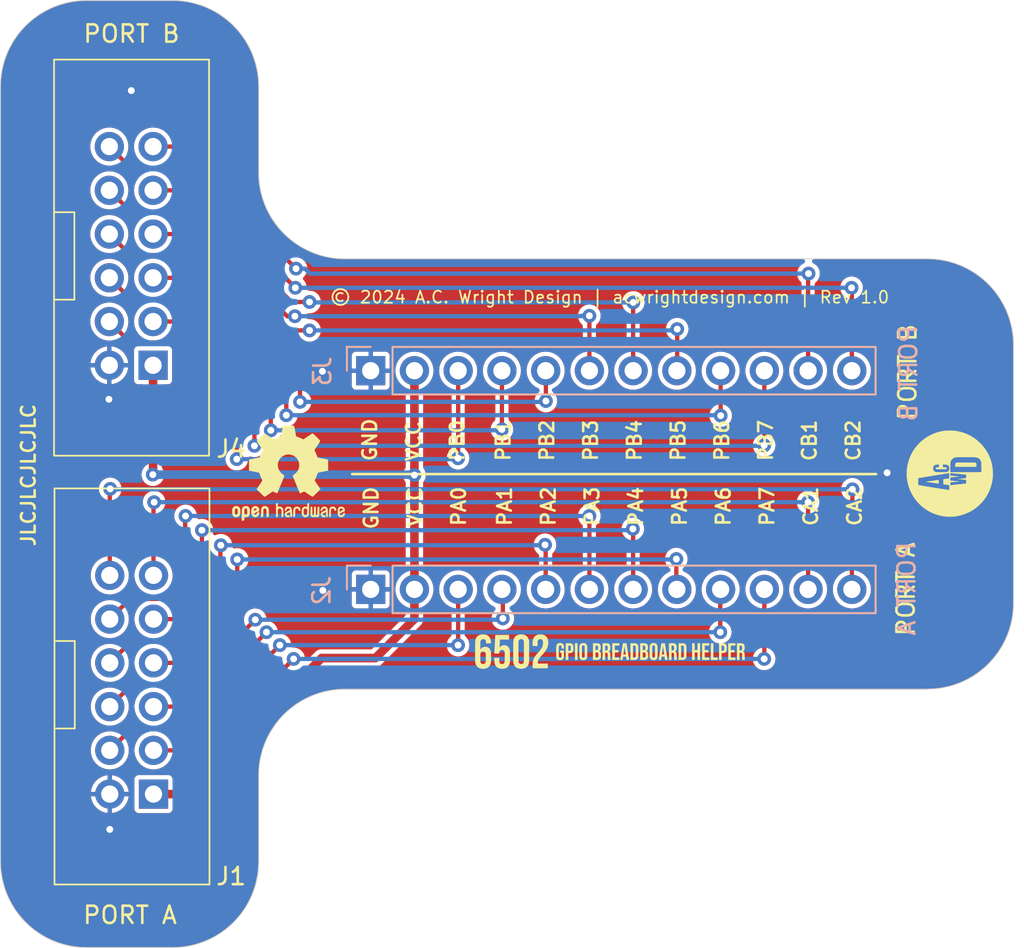
<source format=kicad_pcb>
(kicad_pcb (version 20241229) (generator "pcbnew") (generator_version "9.0")
  (title_block (title "6502 GPIO Breadboard Helper") (date "2025-09-21") (rev "1.0") (company "A.C. Wright Design"))
  (layers (0 "F.Cu" signal "Top") (2 "B.Cu" signal "Bottom") (13 "F.Paste" user) (15 "B.Paste" user) (5 "F.SilkS" user "F.Silkscreen") (7 "B.SilkS" user "B.Silkscreen") (1 "F.Mask" user) (3 "B.Mask" user) (25 "Edge.Cuts" user))
  (net 0 "")
  (net 1 "GND")
  (net 2 "VCC")
  (net 3 "CA1")
  (net 4 "PA2")
  (net 5 "PA4")
  (net 6 "PA1")
  (net 7 "CA2")
  (net 8 "PA7")
  (net 9 "PA5")
  (net 10 "PA3")
  (net 11 "PA6")
  (net 12 "PA0")
  (net 13 "PB4")
  (net 14 "PB3")
  (net 15 "CB2")
  (net 16 "CB1")
  (net 17 "PB7")
  (net 18 "PB0")
  (net 19 "PB2")
  (net 20 "PB6")
  (net 21 "PB5")
  (net 22 "PB1")
  (footprint "6502 Parts:6502 GPIO Connector" (layer "F.Cu") (at 89.19 119.9 180)
    (property "Reference" "J1" (at -4.51 -4.775 0) (layer "F.SilkS"))
    (property "Value" "PORT A" (at 1.365 -7.025 0) (layer "F.SilkS"))
    (pad "1" thru_hole rect (at 0 0 180) (size 1.7 1.7) (drill 1) (layers "*.Cu" "*.Mask") (net 2 "VCC"))
    (pad "2" thru_hole oval (at 2.54 0 180) (size 1.7 1.7) (drill 1) (layers "*.Cu" "*.Mask") (net 1 "GND"))
    (pad "3" thru_hole oval (at 0 2.54 180) (size 1.7 1.7) (drill 1) (layers "*.Cu" "*.Mask") (net 8 "PA7"))
    (pad "4" thru_hole oval (at 2.54 2.54 180) (size 1.7 1.7) (drill 1) (layers "*.Cu" "*.Mask") (net 12 "PA0"))
    (pad "5" thru_hole oval (at 0 5.08 180) (size 1.7 1.7) (drill 1) (layers "*.Cu" "*.Mask") (net 11 "PA6"))
    (pad "6" thru_hole oval (at 2.54 5.08 180) (size 1.7 1.7) (drill 1) (layers "*.Cu" "*.Mask") (net 6 "PA1"))
    (pad "7" thru_hole oval (at 0 7.62 180) (size 1.7 1.7) (drill 1) (layers "*.Cu" "*.Mask") (net 9 "PA5"))
    (pad "8" thru_hole oval (at 2.54 7.62 180) (size 1.7 1.7) (drill 1) (layers "*.Cu" "*.Mask") (net 4 "PA2"))
    (pad "9" thru_hole oval (at 0 10.16 180) (size 1.7 1.7) (drill 1) (layers "*.Cu" "*.Mask") (net 5 "PA4"))
    (pad "10" thru_hole oval (at 2.54 10.16 180) (size 1.7 1.7) (drill 1) (layers "*.Cu" "*.Mask") (net 10 "PA3"))
    (pad "11" thru_hole oval (at 0 12.7 180) (size 1.7 1.7) (drill 1) (layers "*.Cu" "*.Mask") (net 3 "CA1"))
    (pad "12" thru_hole oval (at 2.54 12.7 180) (size 1.7 1.7) (drill 1) (layers "*.Cu" "*.Mask") (net 7 "CA2"))
  )
  (footprint "A.C. Wright Logo:A.C. Wright Logo 5mm" (layer "F.Cu") (at 135.43 101.29 90)
    (property "Reference" "G***" (hide yes))
    (property "Value" "LOGO" (hide yes))
  )
  (footprint "6502 Logos:6502 GPIO Breadboard Helper 2mm" (layer "F.Cu") (at 115.858477 111.625032)
    (property "Reference" "G***" (hide yes))
    (property "Value" "LOGO" (hide yes))
  )
  (footprint "Symbol:OSHW-Logo2_7.3x6mm_SilkScreen" (layer "F.Cu") (at 97.0311 101.2636)
    (property "Reference" "REF**" (hide yes))
    (property "Value" "OSHW-Logo2_7.3x6mm_SilkScreen" (hide yes))
  )
  (footprint "6502 Parts:6502 GPIO Connector" (layer "F.Cu") (at 89.165 95 180)
    (property "Reference" "J4" (at -4.535 -4.85 0) (layer "F.SilkS"))
    (property "Value" "PORT B" (at 1.25 19.25 0) (layer "F.SilkS"))
    (pad "1" thru_hole rect (at 0 0 180) (size 1.7 1.7) (drill 1) (layers "*.Cu" "*.Mask") (net 2 "VCC"))
    (pad "2" thru_hole oval (at 2.54 0 180) (size 1.7 1.7) (drill 1) (layers "*.Cu" "*.Mask") (net 1 "GND"))
    (pad "3" thru_hole oval (at 0 2.54 180) (size 1.7 1.7) (drill 1) (layers "*.Cu" "*.Mask") (net 17 "PB7"))
    (pad "4" thru_hole oval (at 2.54 2.54 180) (size 1.7 1.7) (drill 1) (layers "*.Cu" "*.Mask") (net 18 "PB0"))
    (pad "5" thru_hole oval (at 0 5.08 180) (size 1.7 1.7) (drill 1) (layers "*.Cu" "*.Mask") (net 20 "PB6"))
    (pad "6" thru_hole oval (at 2.54 5.08 180) (size 1.7 1.7) (drill 1) (layers "*.Cu" "*.Mask") (net 22 "PB1"))
    (pad "7" thru_hole oval (at 0 7.62 180) (size 1.7 1.7) (drill 1) (layers "*.Cu" "*.Mask") (net 21 "PB5"))
    (pad "8" thru_hole oval (at 2.54 7.62 180) (size 1.7 1.7) (drill 1) (layers "*.Cu" "*.Mask") (net 19 "PB2"))
    (pad "9" thru_hole oval (at 0 10.16 180) (size 1.7 1.7) (drill 1) (layers "*.Cu" "*.Mask") (net 13 "PB4"))
    (pad "10" thru_hole oval (at 2.54 10.16 180) (size 1.7 1.7) (drill 1) (layers "*.Cu" "*.Mask") (net 14 "PB3"))
    (pad "11" thru_hole oval (at 0 12.7 180) (size 1.7 1.7) (drill 1) (layers "*.Cu" "*.Mask") (net 16 "CB1"))
    (pad "12" thru_hole oval (at 2.54 12.7 180) (size 1.7 1.7) (drill 1) (layers "*.Cu" "*.Mask") (net 15 "CB2"))
  )
  (footprint "Connector_PinHeader_2.54mm:PinHeader_1x12_P2.54mm_Vertical" (layer "B.Cu") (at 101.8011 108.0136 -90)
    (property "Reference" "J2" (at 0.0614 2.8511 90) (layer "B.SilkS") (effects (justify mirror)))
    (property "Value" "PORT A" (at -0.0386 -31.1239 90) (layer "B.SilkS") (effects (justify mirror)))
    (pad "1" thru_hole rect (at 0 0 270) (size 1.7 1.7) (drill 1) (layers "*.Cu" "*.Mask") (net 1 "GND"))
    (pad "2" thru_hole circle (at 0 -2.54 270) (size 1.7 1.7) (drill 1) (layers "*.Cu" "*.Mask") (net 2 "VCC"))
    (pad "3" thru_hole circle (at 0 -5.08 270) (size 1.7 1.7) (drill 1) (layers "*.Cu" "*.Mask") (net 12 "PA0"))
    (pad "4" thru_hole circle (at 0 -7.62 270) (size 1.7 1.7) (drill 1) (layers "*.Cu" "*.Mask") (net 6 "PA1"))
    (pad "5" thru_hole circle (at 0 -10.16 270) (size 1.7 1.7) (drill 1) (layers "*.Cu" "*.Mask") (net 4 "PA2"))
    (pad "6" thru_hole circle (at 0 -12.7 270) (size 1.7 1.7) (drill 1) (layers "*.Cu" "*.Mask") (net 10 "PA3"))
    (pad "7" thru_hole circle (at 0 -15.24 270) (size 1.7 1.7) (drill 1) (layers "*.Cu" "*.Mask") (net 5 "PA4"))
    (pad "8" thru_hole circle (at 0 -17.78 270) (size 1.7 1.7) (drill 1) (layers "*.Cu" "*.Mask") (net 9 "PA5"))
    (pad "9" thru_hole circle (at 0 -20.32 270) (size 1.7 1.7) (drill 1) (layers "*.Cu" "*.Mask") (net 11 "PA6"))
    (pad "10" thru_hole circle (at 0 -22.86 270) (size 1.7 1.7) (drill 1) (layers "*.Cu" "*.Mask") (net 8 "PA7"))
    (pad "11" thru_hole circle (at 0 -25.4 270) (size 1.7 1.7) (drill 1) (layers "*.Cu" "*.Mask") (net 3 "CA1"))
    (pad "12" thru_hole circle (at 0 -27.94 270) (size 1.7 1.7) (drill 1) (layers "*.Cu" "*.Mask") (net 7 "CA2"))
  )
  (footprint "Connector_PinHeader_2.54mm:PinHeader_1x12_P2.54mm_Vertical" (layer "B.Cu") (at 101.8011 95.3136 -90)
    (property "Reference" "J3" (at 0.0364 2.8011 90) (layer "B.SilkS") (effects (justify mirror)))
    (property "Value" "PORT B" (at 0.1614 -31.2239 90) (layer "B.SilkS") (effects (justify mirror)))
    (pad "1" thru_hole rect (at 0 0 270) (size 1.7 1.7) (drill 1) (layers "*.Cu" "*.Mask") (net 1 "GND"))
    (pad "2" thru_hole circle (at 0 -2.54 270) (size 1.7 1.7) (drill 1) (layers "*.Cu" "*.Mask") (net 2 "VCC"))
    (pad "3" thru_hole circle (at 0 -5.08 270) (size 1.7 1.7) (drill 1) (layers "*.Cu" "*.Mask") (net 18 "PB0"))
    (pad "4" thru_hole circle (at 0 -7.62 270) (size 1.7 1.7) (drill 1) (layers "*.Cu" "*.Mask") (net 22 "PB1"))
    (pad "5" thru_hole circle (at 0 -10.16 270) (size 1.7 1.7) (drill 1) (layers "*.Cu" "*.Mask") (net 19 "PB2"))
    (pad "6" thru_hole circle (at 0 -12.7 270) (size 1.7 1.7) (drill 1) (layers "*.Cu" "*.Mask") (net 14 "PB3"))
    (pad "7" thru_hole circle (at 0 -15.24 270) (size 1.7 1.7) (drill 1) (layers "*.Cu" "*.Mask") (net 13 "PB4"))
    (pad "8" thru_hole circle (at 0 -17.78 270) (size 1.7 1.7) (drill 1) (layers "*.Cu" "*.Mask") (net 21 "PB5"))
    (pad "9" thru_hole circle (at 0 -20.32 270) (size 1.7 1.7) (drill 1) (layers "*.Cu" "*.Mask") (net 20 "PB6"))
    (pad "10" thru_hole circle (at 0 -22.86 270) (size 1.7 1.7) (drill 1) (layers "*.Cu" "*.Mask") (net 17 "PB7"))
    (pad "11" thru_hole circle (at 0 -25.4 270) (size 1.7 1.7) (drill 1) (layers "*.Cu" "*.Mask") (net 16 "CB1"))
    (pad "12" thru_hole circle (at 0 -27.94 270) (size 1.7 1.7) (drill 1) (layers "*.Cu" "*.Mask") (net 15 "CB2"))
  )
  (gr_line (start 100.725 101.318) (end 131.15 101.318) (stroke (width 0.15)) (layer "F.SilkS"))
  (gr_arc (start 80.3011 78.8136) (mid 81.765566 75.278066) (end 85.3011 73.8136) (stroke (width 0.05)) (layer "Edge.Cuts"))
  (gr_line (start 95.3011 78.8136) (end 95.3011 83.8136) (stroke (width 0.05)) (layer "Edge.Cuts"))
  (gr_line (start 134.125 88.8136) (end 100.3011 88.8136) (stroke (width 0.05)) (layer "Edge.Cuts"))
  (gr_line (start 95.3011 123.8136) (end 95.3011 118.8136) (stroke (width 0.05)) (layer "Edge.Cuts"))
  (gr_arc (start 134.125 88.8136) (mid 137.665059 90.279941) (end 139.1314 93.82) (stroke (width 0.05)) (layer "Edge.Cuts"))
  (gr_line (start 85.3011 128.8136) (end 90.3011 128.8136) (stroke (width 0.05)) (layer "Edge.Cuts"))
  (gr_line (start 134.125 113.8136) (end 100.3011 113.8136) (stroke (width 0.05)) (layer "Edge.Cuts"))
  (gr_line (start 80.3011 78.8136) (end 80.3011 123.8136) (stroke (width 0.05)) (layer "Edge.Cuts"))
  (gr_arc (start 85.3011 128.8136) (mid 81.765566 127.349134) (end 80.3011 123.8136) (stroke (width 0.05)) (layer "Edge.Cuts"))
  (gr_arc (start 139.1314 108.80994) (mid 137.664459 112.346479) (end 134.125014 113.80639) (stroke (width 0.05)) (layer "Edge.Cuts"))
  (gr_arc (start 90.3011 73.8136) (mid 93.836634 75.278066) (end 95.3011 78.8136) (stroke (width 0.05)) (layer "Edge.Cuts"))
  (gr_line (start 134.125014 113.80639) (end 134.125 113.8136) (stroke (width 0.05)) (layer "Edge.Cuts"))
  (gr_line (start 90.3011 73.8136) (end 85.3011 73.8136) (stroke (width 0.05)) (layer "Edge.Cuts"))
  (gr_line (start 139.1314 93.82) (end 139.1314 108.80994) (stroke (width 0.05)) (layer "Edge.Cuts"))
  (gr_arc (start 100.3011 88.8136) (mid 96.765566 87.349134) (end 95.3011 83.8136) (stroke (width 0.05)) (layer "Edge.Cuts"))
  (gr_arc (start 95.3011 123.8136) (mid 93.836634 127.349134) (end 90.3011 128.8136) (stroke (width 0.05)) (layer "Edge.Cuts"))
  (gr_arc (start 95.3011 118.8136) (mid 96.765566 115.278066) (end 100.3011 113.8136) (stroke (width 0.05)) (layer "Edge.Cuts"))
  (gr_text "GND" (at 101.833 101.968 90) (layer "F.SilkS") (effects (font (size 0.8 0.8) (thickness 0.15) (bold yes)) (justify right)))
  (gr_text "GND" (at 101.75 100.643 90) (layer "F.SilkS") (effects (font (size 0.8 0.8) (thickness 0.15) (bold yes)) (justify left)))
  (gr_text "VCC" (at 104.373 101.968 90) (layer "F.SilkS") (effects (font (size 0.8 0.8) (thickness 0.15) (bold yes)) (justify right)))
  (gr_text "PA0" (at 106.913 101.968 90) (layer "F.SilkS") (effects (font (size 0.8 0.8) (thickness 0.15) (bold yes)) (justify right)))
  (gr_text "PB0" (at 106.83 100.643 90) (layer "F.SilkS") (effects (font (size 0.8 0.8) (thickness 0.15) (bold yes)) (justify left)))
  (gr_text "CA1" (at 127.36 101.968 90) (layer "F.SilkS") (effects (font (size 0.8 0.8) (thickness 0.15) (bold yes)) (justify right)))
  (gr_text "PORT B" (at 132.975 95.4 90) (layer "F.SilkS") (effects (font (size 1 1) (thickness 0.15) (bold yes))))
  (gr_text "PORT A" (at 132.875 108 90) (layer "F.SilkS") (effects (font (size 1 1) (thickness 0.15) (bold yes))))
  (gr_text "PA5" (at 119.74 101.968 90) (layer "F.SilkS") (effects (font (size 0.8 0.8) (thickness 0.15) (bold yes)) (justify right)))
  (gr_text "PA3" (at 114.66 101.968 90) (layer "F.SilkS") (effects (font (size 0.8 0.8) (thickness 0.15) (bold yes)) (justify right)))
  (gr_text "PB4" (at 117.117 100.643 90) (layer "F.SilkS") (effects (font (size 0.8 0.8) (thickness 0.15) (bold yes)) (justify left)))
  (gr_text "PB1" (at 109.497 100.643 90) (layer "F.SilkS") (effects (font (size 0.8 0.8) (thickness 0.15) (bold yes)) (justify left)))
  (gr_text "PB7" (at 124.737 100.643 90) (layer "F.SilkS") (effects (font (size 0.8 0.8) (thickness 0.15) (bold yes)) (justify left)))
  (gr_text "PB2" (at 112.037 100.643 90) (layer "F.SilkS") (effects (font (size 0.8 0.8) (thickness 0.15) (bold yes)) (justify left)))
  (gr_text "PA2" (at 112.12 101.968 90) (layer "F.SilkS") (effects (font (size 0.8 0.8) (thickness 0.15) (bold yes)) (justify right)))
  (gr_text "PA4" (at 117.2 101.968 90) (layer "F.SilkS") (effects (font (size 0.8 0.8) (thickness 0.15) (bold yes)) (justify right)))
  (gr_text "PB5" (at 119.657 100.643 90) (layer "F.SilkS") (effects (font (size 0.8 0.8) (thickness 0.15) (bold yes)) (justify left)))
  (gr_text "JLCJLCJLCJLC" (at 81.925 101.375 90) (layer "F.SilkS") (effects (font (size 0.8 0.8))))
  (gr_text "PA6" (at 122.28 101.968 90) (layer "F.SilkS") (effects (font (size 0.8 0.8) (thickness 0.15) (bold yes)) (justify right)))
  (gr_text "PB3" (at 114.577 100.643 90) (layer "F.SilkS") (effects (font (size 0.8 0.8) (thickness 0.15) (bold yes)) (justify left)))
  (gr_text "© 2024 A.C. Wright Design | acwrightdesign.com | Rev 1.0" (at 115.675 91.05 0) (layer "F.SilkS") (effects (font (size 0.7 0.7) (thickness 0.1))))
  (gr_text "PB6" (at 122.197 100.643 90) (layer "F.SilkS") (effects (font (size 0.8 0.8) (thickness 0.15) (bold yes)) (justify left)))
  (gr_text "CB1" (at 127.277 100.643 90) (layer "F.SilkS") (effects (font (size 0.8 0.8) (thickness 0.15) (bold yes)) (justify left)))
  (gr_text "CB2" (at 129.817 100.643 90) (layer "F.SilkS") (effects (font (size 0.8 0.8) (thickness 0.15) (bold yes)) (justify left)))
  (gr_text "CA2" (at 129.9 101.968 90) (layer "F.SilkS") (effects (font (size 0.8 0.8) (thickness 0.15) (bold yes)) (justify right)))
  (gr_text "VCC" (at 104.29 100.643 90) (layer "F.SilkS") (effects (font (size 0.8 0.8) (thickness 0.15) (bold yes)) (justify left)))
  (gr_text "PA1" (at 109.58 101.968 90) (layer "F.SilkS") (effects (font (size 0.8 0.8) (thickness 0.15) (bold yes)) (justify right)))
  (gr_text "PA7" (at 124.82 101.968 90) (layer "F.SilkS") (effects (font (size 0.8 0.8) (thickness 0.15) (bold yes)) (justify right)))
  (via (at 86.6 96.975) (size 0.8) (drill 0.4) (layers "F.Cu" "B.Cu") (net 1))
  (via (at 87.9 79.05) (size 0.8) (drill 0.4) (layers "F.Cu" "B.Cu") (net 1))
  (via (at 131.79 101.24) (size 0.8) (drill 0.4) (layers "F.Cu" "B.Cu") (net 1))
  (via (at 99 95.35) (size 0.8) (drill 0.4) (layers "F.Cu" "B.Cu") (net 1))
  (via (at 86.65 121.95) (size 0.8) (drill 0.4) (layers "F.Cu" "B.Cu") (net 1))
  (via (at 99.025 108.075) (size 0.8) (drill 0.4) (layers "F.Cu" "B.Cu") (net 1))
  (segment (start 89.165 95) (end 89.165 101.335) (width 0.5) (layer "F.Cu") (net 2))
  (segment (start 102.075 112) (end 104.3411 109.7339) (width 0.5) (layer "F.Cu") (net 2))
  (segment (start 89.19 119.9) (end 91.05 119.9) (width 0.5) (layer "F.Cu") (net 2))
  (segment (start 104.325 108.0297) (end 104.3411 108.0136) (width 0.5) (layer "F.Cu") (net 2))
  (segment (start 98.95 112) (end 102.075 112) (width 0.5) (layer "F.Cu") (net 2))
  (segment (start 104.3411 108.0136) (end 104.3411 101.375) (width 0.5) (layer "F.Cu") (net 2))
  (segment (start 104.3411 101.375) (end 104.3411 95.3136) (width 0.5) (layer "F.Cu") (net 2))
  (segment (start 104.3411 109.7339) (end 104.3411 108.0136) (width 0.5) (layer "F.Cu") (net 2))
  (segment (start 89.165 101.335) (end 89.15 101.35) (width 0.5) (layer "F.Cu") (net 2))
  (segment (start 91.05 119.9) (end 98.95 112) (width 0.5) (layer "F.Cu") (net 2))
  (via (at 89.15 101.35) (size 0.8) (drill 0.4) (layers "F.Cu" "B.Cu") (net 2))
  (via (at 104.3411 101.375) (size 0.8) (drill 0.4) (layers "F.Cu" "B.Cu") (net 2))
  (segment (start 89.15 101.35) (end 104.3161 101.35) (width 0.5) (layer "B.Cu") (net 2))
  (segment (start 104.3161 101.35) (end 104.3411 101.375) (width 0.5) (layer "B.Cu") (net 2))
  (segment (start 127.2 102.95) (end 127.2011 102.9511) (width 0.25) (layer "F.Cu") (net 3))
  (segment (start 89.19 102.985) (end 89.225 102.95) (width 0.25) (layer "F.Cu") (net 3))
  (segment (start 127.2011 102.9511) (end 127.2011 108.0136) (width 0.25) (layer "F.Cu") (net 3))
  (segment (start 89.19 107.2) (end 89.19 102.985) (width 0.25) (layer "F.Cu") (net 3))
  (via (at 127.2 102.95) (size 0.8) (drill 0.4) (layers "F.Cu" "B.Cu") (net 3))
  (via (at 89.225 102.95) (size 0.8) (drill 0.4) (layers "F.Cu" "B.Cu") (net 3))
  (segment (start 89.225 102.95) (end 127.2 102.95) (width 0.25) (layer "B.Cu") (net 3))
  (segment (start 93.075 105.475) (end 93.1 105.45) (width 0.25) (layer "F.Cu") (net 4))
  (segment (start 90.6 111.05) (end 93.075 108.575) (width 0.25) (layer "F.Cu") (net 4))
  (segment (start 111.925 105.425) (end 111.9611 105.4611) (width 0.25) (layer "F.Cu") (net 4))
  (segment (start 93.075 108.575) (end 93.075 105.475) (width 0.25) (layer "F.Cu") (net 4))
  (segment (start 86.65 112.28) (end 87.88 111.05) (width 0.25) (layer "F.Cu") (net 4))
  (segment (start 111.9611 105.4611) (end 111.9611 108.0136) (width 0.25) (layer "F.Cu") (net 4))
  (segment (start 87.88 111.05) (end 90.6 111.05) (width 0.25) (layer "F.Cu") (net 4))
  (via (at 93.1 105.45) (size 0.8) (drill 0.4) (layers "F.Cu" "B.Cu") (net 4))
  (via (at 111.925 105.425) (size 0.8) (drill 0.4) (layers "F.Cu" "B.Cu") (net 4))
  (segment (start 111.9 105.45) (end 111.925 105.425) (width 0.25) (layer "B.Cu") (net 4))
  (segment (start 93.1 105.45) (end 111.9 105.45) (width 0.25) (layer "B.Cu") (net 4))
  (segment (start 117.025 104.5) (end 117.0411 104.5161) (width 0.25) (layer "F.Cu") (net 5))
  (segment (start 92 108.132081) (end 92 104.575) (width 0.25) (layer "F.Cu") (net 5))
  (segment (start 89.19 109.74) (end 90.392081 109.74) (width 0.25) (layer "F.Cu") (net 5))
  (segment (start 90.392081 109.74) (end 92 108.132081) (width 0.25) (layer "F.Cu") (net 5))
  (segment (start 117.0411 104.5161) (end 117.0411 108.0136) (width 0.25) (layer "F.Cu") (net 5))
  (via (at 92 104.575) (size 0.8) (drill 0.4) (layers "F.Cu" "B.Cu") (net 5))
  (via (at 117.025 104.5) (size 0.8) (drill 0.4) (layers "F.Cu" "B.Cu") (net 5))
  (segment (start 92 104.575) (end 116.95 104.575) (width 0.25) (layer "B.Cu") (net 5))
  (segment (start 116.95 104.575) (end 117.025 104.5) (width 0.25) (layer "B.Cu") (net 5))
  (segment (start 109.475 108.0675) (end 109.4211 108.0136) (width 0.25) (layer "F.Cu") (net 6))
  (segment (start 87.945 113.525) (end 89.65 113.525) (width 0.25) (layer "F.Cu") (net 6))
  (segment (start 89.65 113.525) (end 91.35 113.525) (width 0.25) (layer "F.Cu") (net 6))
  (segment (start 91.35 113.525) (end 95.1 109.775) (width 0.25) (layer "F.Cu") (net 6))
  (segment (start 86.65 114.82) (end 87.945 113.525) (width 0.25) (layer "F.Cu") (net 6))
  (segment (start 109.475 109.7) (end 109.475 108.0675) (width 0.25) (layer "F.Cu") (net 6))
  (via (at 95.1 109.775) (size 0.8) (drill 0.4) (layers "F.Cu" "B.Cu") (net 6))
  (via (at 109.475 109.7) (size 0.8) (drill 0.4) (layers "F.Cu" "B.Cu") (net 6))
  (segment (start 109.4 109.775) (end 109.475 109.7) (width 0.25) (layer "B.Cu") (net 6))
  (segment (start 95.1 109.775) (end 109.4 109.775) (width 0.25) (layer "B.Cu") (net 6))
  (segment (start 129.775 102.2) (end 129.775 102.825) (width 0.25) (layer "F.Cu") (net 7))
  (segment (start 129.7411 102.8589) (end 129.7411 108.0136) (width 0.25) (layer "F.Cu") (net 7))
  (segment (start 86.65 102.2) (end 86.675 102.175) (width 0.25) (layer "F.Cu") (net 7))
  (segment (start 129.775 102.825) (end 129.7411 102.8589) (width 0.25) (layer "F.Cu") (net 7))
  (segment (start 86.65 107.2) (end 86.65 102.2) (width 0.25) (layer "F.Cu") (net 7))
  (via (at 86.675 102.175) (size 0.8) (drill 0.4) (layers "F.Cu" "B.Cu") (net 7))
  (via (at 129.775 102.2) (size 0.8) (drill 0.4) (layers "F.Cu" "B.Cu") (net 7))
  (segment (start 86.7 102.2) (end 129.775 102.2) (width 0.25) (layer "B.Cu") (net 7))
  (segment (start 86.675 102.175) (end 86.7 102.2) (width 0.25) (layer "B.Cu") (net 7))
  (segment (start 124.6611 112.0389) (end 124.6611 108.0136) (width 0.25) (layer "F.Cu") (net 8))
  (segment (start 92.015 117.36) (end 97.325 112.05) (width 0.25) (layer "F.Cu") (net 8))
  (segment (start 124.65 112.05) (end 124.6611 112.0389) (width 0.25) (layer "F.Cu") (net 8))
  (segment (start 89.19 117.36) (end 92.015 117.36) (width 0.25) (layer "F.Cu") (net 8))
  (via (at 124.65 112.05) (size 0.8) (drill 0.4) (layers "F.Cu" "B.Cu") (net 8))
  (via (at 97.325 112.05) (size 0.8) (drill 0.4) (layers "F.Cu" "B.Cu") (net 8))
  (segment (start 97.325 112.05) (end 124.65 112.05) (width 0.25) (layer "B.Cu") (net 8))
  (segment (start 119.55 106.25) (end 119.55 107.9825) (width 0.25) (layer "F.Cu") (net 9))
  (segment (start 94.05 109.15) (end 94.05 106.275) (width 0.25) (layer "F.Cu") (net 9))
  (segment (start 89.19 112.28) (end 90.92 112.28) (width 0.25) (layer "F.Cu") (net 9))
  (segment (start 119.55 107.9825) (end 119.5811 108.0136) (width 0.25) (layer "F.Cu") (net 9))
  (segment (start 92.7 110.5) (end 94.05 109.15) (width 0.25) (layer "F.Cu") (net 9))
  (segment (start 90.92 112.28) (end 92.7 110.5) (width 0.25) (layer "F.Cu") (net 9))
  (via (at 119.55 106.25) (size 0.8) (drill 0.4) (layers "F.Cu" "B.Cu") (net 9))
  (via (at 94.05 106.275) (size 0.8) (drill 0.4) (layers "F.Cu" "B.Cu") (net 9))
  (segment (start 94.05 106.275) (end 119.525 106.275) (width 0.25) (layer "B.Cu") (net 9))
  (segment (start 119.525 106.275) (end 119.55 106.25) (width 0.25) (layer "B.Cu") (net 9))
  (segment (start 87.826 108.564) (end 89.886 108.564) (width 0.25) (layer "F.Cu") (net 10))
  (segment (start 91.025 103.775) (end 91.05 103.75) (width 0.25) (layer "F.Cu") (net 10))
  (segment (start 89.886 108.564) (end 91.025 107.425) (width 0.25) (layer "F.Cu") (net 10))
  (segment (start 114.5 103.75) (end 114.5011 103.7511) (width 0.25) (layer "F.Cu") (net 10))
  (segment (start 86.65 109.74) (end 87.826 108.564) (width 0.25) (layer "F.Cu") (net 10))
  (segment (start 91.025 107.425) (end 91.025 103.775) (width 0.25) (layer "F.Cu") (net 10))
  (segment (start 114.5011 103.7511) (end 114.5011 108.0136) (width 0.25) (layer "F.Cu") (net 10))
  (via (at 114.5 103.75) (size 0.8) (drill 0.4) (layers "F.Cu" "B.Cu") (net 10))
  (via (at 91.05 103.75) (size 0.8) (drill 0.4) (layers "F.Cu" "B.Cu") (net 10))
  (segment (start 91.05 103.75) (end 114.5 103.75) (width 0.25) (layer "B.Cu") (net 10))
  (segment (start 91.43 114.82) (end 95.75 110.5) (width 0.25) (layer "F.Cu") (net 11))
  (segment (start 122.1 108.0347) (end 122.1211 108.0136) (width 0.25) (layer "F.Cu") (net 11))
  (segment (start 89.19 114.82) (end 91.43 114.82) (width 0.25) (layer "F.Cu") (net 11))
  (segment (start 122.1 110.5) (end 122.1 108.0347) (width 0.25) (layer "F.Cu") (net 11))
  (via (at 95.75 110.5) (size 0.8) (drill 0.4) (layers "F.Cu" "B.Cu") (net 11))
  (via (at 122.1 110.5) (size 0.8) (drill 0.4) (layers "F.Cu" "B.Cu") (net 11))
  (segment (start 95.75 110.5) (end 122.1 110.5) (width 0.25) (layer "B.Cu") (net 11))
  (segment (start 106.875 111.25) (end 106.8811 111.2439) (width 0.25) (layer "F.Cu") (net 12))
  (segment (start 87.885 116.125) (end 89.375 116.125) (width 0.25) (layer "F.Cu") (net 12))
  (segment (start 89.375 116.125) (end 91.65 116.125) (width 0.25) (layer "F.Cu") (net 12))
  (segment (start 106.8811 111.2439) (end 106.8811 108.0136) (width 0.25) (layer "F.Cu") (net 12))
  (segment (start 91.65 116.125) (end 96.525 111.25) (width 0.25) (layer "F.Cu") (net 12))
  (segment (start 86.65 117.36) (end 87.885 116.125) (width 0.25) (layer "F.Cu") (net 12))
  (via (at 106.875 111.25) (size 0.8) (drill 0.4) (layers "F.Cu" "B.Cu") (net 12))
  (via (at 96.525 111.25) (size 0.8) (drill 0.4) (layers "F.Cu" "B.Cu") (net 12))
  (segment (start 96.525 111.25) (end 106.875 111.25) (width 0.25) (layer "B.Cu") (net 12))
  (segment (start 98.25 91.325) (end 97.2 91.325) (width 0.25) (layer "F.Cu") (net 13))
  (segment (start 93.2 87.325) (end 93.2 85.85) (width 0.25) (layer "F.Cu") (net 13))
  (segment (start 117.05 91.35) (end 117.05 91.675) (width 0.25) (layer "F.Cu") (net 13))
  (segment (start 92.19 84.84) (end 89.165 84.84) (width 0.25) (layer "F.Cu") (net 13))
  (segment (start 117.05 91.675) (end 117.0411 91.6839) (width 0.25) (layer "F.Cu") (net 13))
  (segment (start 117.0411 91.6839) (end 117.0411 95.3136) (width 0.25) (layer "F.Cu") (net 13))
  (segment (start 93.2 85.85) (end 92.19 84.84) (width 0.25) (layer "F.Cu") (net 13))
  (segment (start 97.2 91.325) (end 93.2 87.325) (width 0.25) (layer "F.Cu") (net 13))
  (via (at 98.25 91.325) (size 0.8) (drill 0.4) (layers "F.Cu" "B.Cu") (net 13))
  (via (at 117.05 91.35) (size 0.8) (drill 0.4) (layers "F.Cu" "B.Cu") (net 13))
  (segment (start 98.275 91.35) (end 98.25 91.325) (width 0.25) (layer "B.Cu") (net 13))
  (segment (start 117.05 91.35) (end 98.275 91.35) (width 0.25) (layer "B.Cu") (net 13))
  (segment (start 87.885 86.1) (end 86.625 84.84) (width 0.25) (layer "F.Cu") (net 14))
  (segment (start 114.5 92.125) (end 114.5011 92.1261) (width 0.25) (layer "F.Cu") (net 14))
  (segment (start 114.5011 92.1261) (end 114.5011 95.3136) (width 0.25) (layer "F.Cu") (net 14))
  (segment (start 90.9 86.1) (end 87.885 86.1) (width 0.25) (layer "F.Cu") (net 14))
  (segment (start 97.4 92.15) (end 96.95 92.15) (width 0.25) (layer "F.Cu") (net 14))
  (segment (start 96.95 92.15) (end 90.9 86.1) (width 0.25) (layer "F.Cu") (net 14))
  (via (at 114.5 92.125) (size 0.8) (drill 0.4) (layers "F.Cu" "B.Cu") (net 14))
  (via (at 97.4 92.15) (size 0.8) (drill 0.4) (layers "F.Cu" "B.Cu") (net 14))
  (segment (start 114 92.15) (end 97.4 92.15) (width 0.25) (layer "B.Cu") (net 14))
  (segment (start 114.025 92.125) (end 114 92.15) (width 0.25) (layer "B.Cu") (net 14))
  (segment (start 114.5 92.125) (end 114.025 92.125) (width 0.25) (layer "B.Cu") (net 14))
  (segment (start 93.95 85.425) (end 92.075 83.55) (width 0.25) (layer "F.Cu") (net 15))
  (segment (start 97.425 90.5) (end 93.95 87.025) (width 0.25) (layer "F.Cu") (net 15))
  (segment (start 129.725 90.7928) (end 129.7411 90.8089) (width 0.25) (layer "F.Cu") (net 15))
  (segment (start 92.075 83.55) (end 87.875 83.55) (width 0.25) (layer "F.Cu") (net 15))
  (segment (start 129.7411 90.8089) (end 129.7411 95.3136) (width 0.25) (layer "F.Cu") (net 15))
  (segment (start 93.95 87.025) (end 93.95 85.425) (width 0.25) (layer "F.Cu") (net 15))
  (segment (start 87.875 83.55) (end 86.625 82.3) (width 0.25) (layer "F.Cu") (net 15))
  (segment (start 129.725 90.5) (end 129.725 90.7928) (width 0.25) (layer "F.Cu") (net 15))
  (via (at 129.725 90.5) (size 0.8) (drill 0.4) (layers "F.Cu" "B.Cu") (net 15))
  (via (at 97.425 90.5) (size 0.8) (drill 0.4) (layers "F.Cu" "B.Cu") (net 15))
  (segment (start 129.725 90.5) (end 97.425 90.5) (width 0.25) (layer "B.Cu") (net 15))
  (segment (start 94.675 85.1) (end 91.875 82.3) (width 0.25) (layer "F.Cu") (net 16))
  (segment (start 97.55 89.475) (end 97.4625 89.3875) (width 0.25) (layer "F.Cu") (net 16))
  (segment (start 127.225 89.675) (end 127.2011 89.6989) (width 0.25) (layer "F.Cu") (net 16))
  (segment (start 94.675 86.6) (end 94.675 85.1) (width 0.25) (layer "F.Cu") (net 16))
  (segment (start 97.4625 89.3875) (end 94.675 86.6) (width 0.25) (layer "F.Cu") (net 16))
  (segment (start 127.2011 89.6989) (end 127.2011 95.3136) (width 0.25) (layer "F.Cu") (net 16))
  (segment (start 91.875 82.3) (end 89.165 82.3) (width 0.25) (layer "F.Cu") (net 16))
  (via (at 97.4625 89.3875) (size 0.8) (drill 0.4) (layers "F.Cu" "B.Cu") (net 16))
  (via (at 127.225 89.675) (size 0.8) (drill 0.4) (layers "F.Cu" "B.Cu") (net 16))
  (segment (start 97.9875 89.3875) (end 98.275 89.675) (width 0.25) (layer "B.Cu") (net 16))
  (segment (start 97.4625 89.3875) (end 97.9875 89.3875) (width 0.25) (layer "B.Cu") (net 16))
  (segment (start 98.275 89.675) (end 127.225 89.675) (width 0.25) (layer "B.Cu") (net 16))
  (segment (start 91.185 92.46) (end 91.65 92.925) (width 0.25) (layer "F.Cu") (net 17))
  (segment (start 95.05 96.325) (end 95.05 99.675) (width 0.25) (layer "F.Cu") (net 17))
  (segment (start 124.65 99.65) (end 124.6611 99.6389) (width 0.25) (layer "F.Cu") (net 17))
  (segment (start 89.165 92.46) (end 91.185 92.46) (width 0.25) (layer "F.Cu") (net 17))
  (segment (start 91.65 92.925) (end 94.425 95.7) (width 0.25) (layer "F.Cu") (net 17))
  (segment (start 94.425 95.7) (end 95.05 96.325) (width 0.25) (layer "F.Cu") (net 17))
  (segment (start 124.6611 99.6389) (end 124.6611 95.3136) (width 0.25) (layer "F.Cu") (net 17))
  (via (at 95.05 99.675) (size 0.8) (drill 0.4) (layers "F.Cu" "B.Cu") (net 17))
  (via (at 124.65 99.65) (size 0.8) (drill 0.4) (layers "F.Cu" "B.Cu") (net 17))
  (segment (start 124.625 99.675) (end 124.65 99.65) (width 0.25) (layer "B.Cu") (net 17))
  (segment (start 95.05 99.675) (end 124.625 99.675) (width 0.25) (layer "B.Cu") (net 17))
  (segment (start 93.1 95.7) (end 94.025 96.625) (width 0.25) (layer "F.Cu") (net 18))
  (segment (start 87.84 93.675) (end 89.45 93.675) (width 0.25) (layer "F.Cu") (net 18))
  (segment (start 86.625 92.46) (end 87.84 93.675) (width 0.25) (layer "F.Cu") (net 18))
  (segment (start 94.025 96.625) (end 94.025 100.45) (width 0.25) (layer "F.Cu") (net 18))
  (segment (start 89.45 93.675) (end 91.075 93.675) (width 0.25) (layer "F.Cu") (net 18))
  (segment (start 106.8811 100.3939) (end 106.8811 95.3136) (width 0.25) (layer "F.Cu") (net 18))
  (segment (start 106.875 100.4) (end 106.8811 100.3939) (width 0.25) (layer "F.Cu") (net 18))
  (segment (start 91.075 93.675) (end 93.1 95.7) (width 0.25) (layer "F.Cu") (net 18))
  (via (at 94.025 100.45) (size 0.8) (drill 0.4) (layers "F.Cu" "B.Cu") (net 18))
  (via (at 106.875 100.4) (size 0.8) (drill 0.4) (layers "F.Cu" "B.Cu") (net 18))
  (segment (start 94.025 100.45) (end 106.825 100.45) (width 0.25) (layer "B.Cu") (net 18))
  (segment (start 106.825 100.45) (end 106.875 100.4) (width 0.25) (layer "B.Cu") (net 18))
  (segment (start 91.15 88.6) (end 92.15 89.6) (width 0.25) (layer "F.Cu") (net 19))
  (segment (start 97.7 95.15) (end 97.7 97.125) (width 0.25) (layer "F.Cu") (net 19))
  (segment (start 111.975 97.075) (end 111.975 95.3275) (width 0.25) (layer "F.Cu") (net 19))
  (segment (start 111.975 95.3275) (end 111.9611 95.3136) (width 0.25) (layer "F.Cu") (net 19))
  (segment (start 86.625 87.38) (end 87.845 88.6) (width 0.25) (layer "F.Cu") (net 19))
  (segment (start 87.845 88.6) (end 89.125 88.6) (width 0.25) (layer "F.Cu") (net 19))
  (segment (start 92.15 89.6) (end 97.7 95.15) (width 0.25) (layer "F.Cu") (net 19))
  (segment (start 89.125 88.6) (end 91.15 88.6) (width 0.25) (layer "F.Cu") (net 19))
  (via (at 97.7 97.125) (size 0.8) (drill 0.4) (layers "F.Cu" "B.Cu") (net 19))
  (via (at 111.975 97.075) (size 0.8) (drill 0.4) (layers "F.Cu" "B.Cu") (net 19))
  (segment (start 97.7 97.125) (end 111.925 97.125) (width 0.25) (layer "B.Cu") (net 19))
  (segment (start 111.925 97.125) (end 111.975 97.075) (width 0.25) (layer "B.Cu") (net 19))
  (segment (start 91.95 90.65) (end 96.9 95.6) (width 0.25) (layer "F.Cu") (net 20))
  (segment (start 96.9 95.6) (end 96.9 97.9) (width 0.25) (layer "F.Cu") (net 20))
  (segment (start 89.165 89.92) (end 91.22 89.92) (width 0.25) (layer "F.Cu") (net 20))
  (segment (start 122.1211 97.9211) (end 122.1211 95.3136) (width 0.25) (layer "F.Cu") (net 20))
  (segment (start 122.125 97.925) (end 122.1211 97.9211) (width 0.25) (layer "F.Cu") (net 20))
  (segment (start 91.22 89.92) (end 91.95 90.65) (width 0.25) (layer "F.Cu") (net 20))
  (via (at 122.125 97.925) (size 0.8) (drill 0.4) (layers "F.Cu" "B.Cu") (net 20))
  (via (at 96.9 97.9) (size 0.8) (drill 0.4) (layers "F.Cu" "B.Cu") (net 20))
  (segment (start 96.9 97.9) (end 122.1 97.9) (width 0.25) (layer "B.Cu") (net 20))
  (segment (start 122.1 97.9) (end 122.125 97.925) (width 0.25) (layer "B.Cu") (net 20))
  (segment (start 91.105 87.38) (end 91.95 88.225) (width 0.25) (layer "F.Cu") (net 21))
  (segment (start 119.6 92.9) (end 119.6 95.2947) (width 0.25) (layer "F.Cu") (net 21))
  (segment (start 119.6 95.2947) (end 119.5811 95.3136) (width 0.25) (layer "F.Cu") (net 21))
  (segment (start 89.165 87.38) (end 91.105 87.38) (width 0.25) (layer "F.Cu") (net 21))
  (segment (start 96.7 92.975) (end 98.25 92.975) (width 0.25) (layer "F.Cu") (net 21))
  (segment (start 91.95 88.225) (end 96.7 92.975) (width 0.25) (layer "F.Cu") (net 21))
  (via (at 98.25 92.975) (size 0.8) (drill 0.4) (layers "F.Cu" "B.Cu") (net 21))
  (via (at 119.6 92.9) (size 0.8) (drill 0.4) (layers "F.Cu" "B.Cu") (net 21))
  (segment (start 119.525 92.975) (end 119.6 92.9) (width 0.25) (layer "B.Cu") (net 21))
  (segment (start 98.25 92.975) (end 119.525 92.975) (width 0.25) (layer "B.Cu") (net 21))
  (segment (start 91.225 91.175) (end 92.475 92.425) (width 0.25) (layer "F.Cu") (net 22))
  (segment (start 89.35 91.175) (end 91.225 91.175) (width 0.25) (layer "F.Cu") (net 22))
  (segment (start 96 95.95) (end 96 98.775) (width 0.25) (layer "F.Cu") (net 22))
  (segment (start 109.4211 98.7211) (end 109.4211 95.3136) (width 0.25) (layer "F.Cu") (net 22))
  (segment (start 92.475 92.425) (end 96 95.95) (width 0.25) (layer "F.Cu") (net 22))
  (segment (start 87.88 91.175) (end 89.35 91.175) (width 0.25) (layer "F.Cu") (net 22))
  (segment (start 109.425 98.725) (end 109.4211 98.7211) (width 0.25) (layer "F.Cu") (net 22))
  (segment (start 86.625 89.92) (end 87.88 91.175) (width 0.25) (layer "F.Cu") (net 22))
  (via (at 96 98.775) (size 0.8) (drill 0.4) (layers "F.Cu" "B.Cu") (net 22))
  (via (at 109.425 98.725) (size 0.8) (drill 0.4) (layers "F.Cu" "B.Cu") (net 22))
  (segment (start 109.375 98.775) (end 109.425 98.725) (width 0.25) (layer "B.Cu") (net 22))
  (segment (start 96 98.775) (end 109.375 98.775) (width 0.25) (layer "B.Cu") (net 22))
  (zone (net 1) (net_name "GND") (layer "F.Cu") (connect_pads (clearance 0.254)) (min_thickness 0.254) (fill yes (thermal_gap 0.254) (thermal_bridge_width 0.254))
    (polygon (pts (xy 139.7511 128.8136) (xy 80.3011 128.8136) (xy 80.3011 73.8136) (xy 139.7511 73.8136)))
  )
  (zone (net 1) (net_name "GND") (layer "B.Cu") (connect_pads (clearance 0.254)) (min_thickness 0.254) (fill yes (thermal_gap 0.254) (thermal_bridge_width 0.254))
    (polygon (pts (xy 139.7511 128.8136) (xy 80.3011 128.8136) (xy 80.3011 73.8136) (xy 139.7511 73.8136)))
  )
)
</source>
